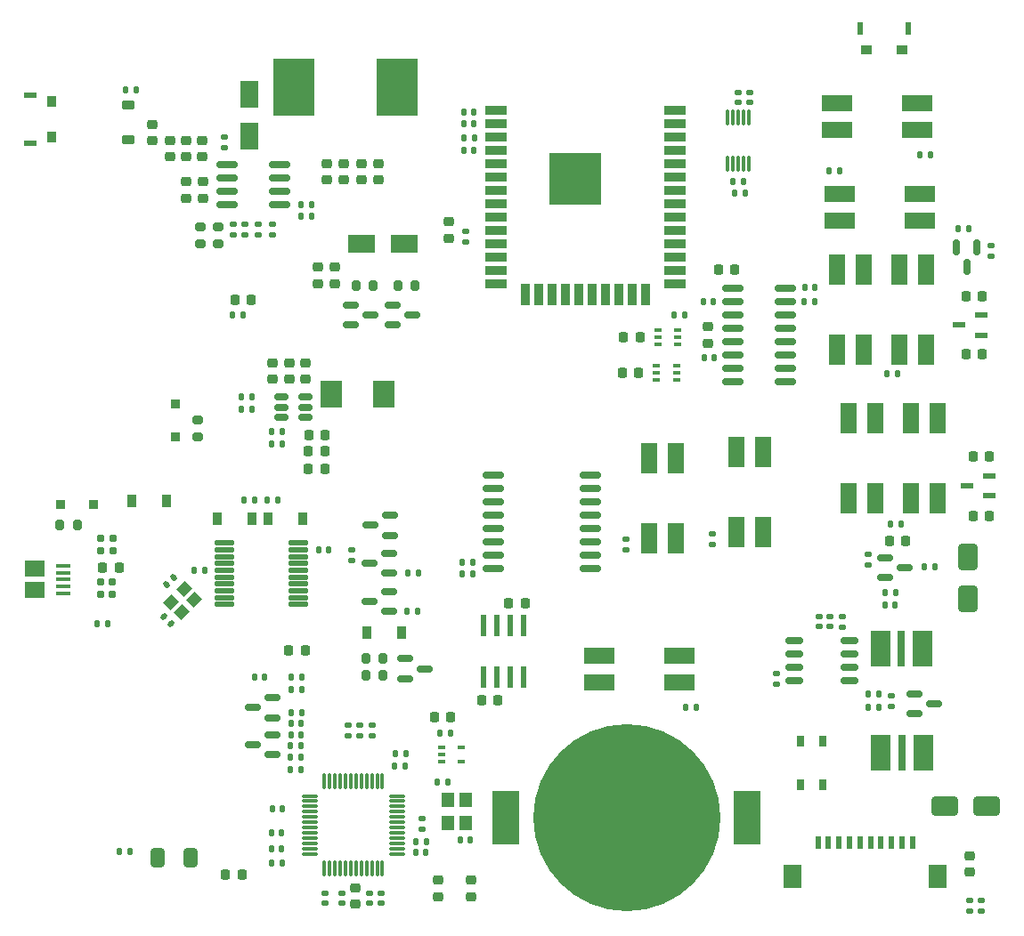
<source format=gbr>
G04 #@! TF.GenerationSoftware,KiCad,Pcbnew,7.0.2*
G04 #@! TF.CreationDate,2023-07-09T14:41:58+03:00*
G04 #@! TF.ProjectId,ELIESTER_V2,454c4945-5354-4455-925f-56322e6b6963,rev?*
G04 #@! TF.SameCoordinates,Original*
G04 #@! TF.FileFunction,Paste,Top*
G04 #@! TF.FilePolarity,Positive*
%FSLAX46Y46*%
G04 Gerber Fmt 4.6, Leading zero omitted, Abs format (unit mm)*
G04 Created by KiCad (PCBNEW 7.0.2) date 2023-07-09 14:41:58*
%MOMM*%
%LPD*%
G01*
G04 APERTURE LIST*
G04 Aperture macros list*
%AMRoundRect*
0 Rectangle with rounded corners*
0 $1 Rounding radius*
0 $2 $3 $4 $5 $6 $7 $8 $9 X,Y pos of 4 corners*
0 Add a 4 corners polygon primitive as box body*
4,1,4,$2,$3,$4,$5,$6,$7,$8,$9,$2,$3,0*
0 Add four circle primitives for the rounded corners*
1,1,$1+$1,$2,$3*
1,1,$1+$1,$4,$5*
1,1,$1+$1,$6,$7*
1,1,$1+$1,$8,$9*
0 Add four rect primitives between the rounded corners*
20,1,$1+$1,$2,$3,$4,$5,0*
20,1,$1+$1,$4,$5,$6,$7,0*
20,1,$1+$1,$6,$7,$8,$9,0*
20,1,$1+$1,$8,$9,$2,$3,0*%
%AMRotRect*
0 Rectangle, with rotation*
0 The origin of the aperture is its center*
0 $1 length*
0 $2 width*
0 $3 Rotation angle, in degrees counterclockwise*
0 Add horizontal line*
21,1,$1,$2,0,0,$3*%
G04 Aperture macros list end*
%ADD10RoundRect,0.075000X0.075000X-0.650000X0.075000X0.650000X-0.075000X0.650000X-0.075000X-0.650000X0*%
%ADD11RoundRect,0.135000X-0.185000X0.135000X-0.185000X-0.135000X0.185000X-0.135000X0.185000X0.135000X0*%
%ADD12RoundRect,0.225000X0.225000X0.250000X-0.225000X0.250000X-0.225000X-0.250000X0.225000X-0.250000X0*%
%ADD13R,0.900000X0.950000*%
%ADD14RoundRect,0.140000X0.170000X-0.140000X0.170000X0.140000X-0.170000X0.140000X-0.170000X-0.140000X0*%
%ADD15RoundRect,0.140000X-0.140000X-0.170000X0.140000X-0.170000X0.140000X0.170000X-0.140000X0.170000X0*%
%ADD16RoundRect,0.135000X0.135000X0.185000X-0.135000X0.185000X-0.135000X-0.185000X0.135000X-0.185000X0*%
%ADD17RoundRect,0.225000X0.250000X-0.225000X0.250000X0.225000X-0.250000X0.225000X-0.250000X-0.225000X0*%
%ADD18R,2.500000X1.800000*%
%ADD19RoundRect,0.200000X0.200000X0.275000X-0.200000X0.275000X-0.200000X-0.275000X0.200000X-0.275000X0*%
%ADD20RoundRect,0.135000X0.185000X-0.135000X0.185000X0.135000X-0.185000X0.135000X-0.185000X-0.135000X0*%
%ADD21RoundRect,0.135000X-0.135000X-0.185000X0.135000X-0.185000X0.135000X0.185000X-0.135000X0.185000X0*%
%ADD22R,1.950000X3.500000*%
%ADD23R,0.800000X3.400000*%
%ADD24RoundRect,0.218750X-0.218750X-0.256250X0.218750X-0.256250X0.218750X0.256250X-0.218750X0.256250X0*%
%ADD25RoundRect,0.200000X-0.275000X0.200000X-0.275000X-0.200000X0.275000X-0.200000X0.275000X0.200000X0*%
%ADD26RoundRect,0.140000X-0.170000X0.140000X-0.170000X-0.140000X0.170000X-0.140000X0.170000X0.140000X0*%
%ADD27RoundRect,0.140000X0.140000X0.170000X-0.140000X0.170000X-0.140000X-0.170000X0.140000X-0.170000X0*%
%ADD28RoundRect,0.150000X-0.587500X-0.150000X0.587500X-0.150000X0.587500X0.150000X-0.587500X0.150000X0*%
%ADD29RoundRect,0.155000X-0.212500X-0.155000X0.212500X-0.155000X0.212500X0.155000X-0.212500X0.155000X0*%
%ADD30RoundRect,0.250000X0.412500X0.650000X-0.412500X0.650000X-0.412500X-0.650000X0.412500X-0.650000X0*%
%ADD31RoundRect,0.140000X-0.021213X0.219203X-0.219203X0.021213X0.021213X-0.219203X0.219203X-0.021213X0*%
%ADD32R,0.900000X1.200000*%
%ADD33R,1.600000X3.000000*%
%ADD34RoundRect,0.250000X-1.000000X-0.650000X1.000000X-0.650000X1.000000X0.650000X-1.000000X0.650000X0*%
%ADD35RoundRect,0.155000X0.212500X0.155000X-0.212500X0.155000X-0.212500X-0.155000X0.212500X-0.155000X0*%
%ADD36RoundRect,0.150000X0.587500X0.150000X-0.587500X0.150000X-0.587500X-0.150000X0.587500X-0.150000X0*%
%ADD37R,1.000000X0.900000*%
%ADD38R,0.600000X1.200000*%
%ADD39RoundRect,0.225000X-0.250000X0.225000X-0.250000X-0.225000X0.250000X-0.225000X0.250000X0.225000X0*%
%ADD40RoundRect,0.150000X0.875000X0.150000X-0.875000X0.150000X-0.875000X-0.150000X0.875000X-0.150000X0*%
%ADD41RoundRect,0.075000X-0.662500X-0.075000X0.662500X-0.075000X0.662500X0.075000X-0.662500X0.075000X0*%
%ADD42RoundRect,0.075000X-0.075000X-0.662500X0.075000X-0.662500X0.075000X0.662500X-0.075000X0.662500X0*%
%ADD43R,2.000000X2.500000*%
%ADD44R,0.650000X0.400000*%
%ADD45R,1.300000X0.600000*%
%ADD46R,1.800000X2.500000*%
%ADD47RoundRect,0.218750X0.218750X0.256250X-0.218750X0.256250X-0.218750X-0.256250X0.218750X-0.256250X0*%
%ADD48RoundRect,0.218750X0.256250X-0.218750X0.256250X0.218750X-0.256250X0.218750X-0.256250X-0.218750X0*%
%ADD49R,4.000000X5.500000*%
%ADD50R,1.350000X0.400000*%
%ADD51R,1.900000X1.500000*%
%ADD52RoundRect,0.200000X-0.200000X-0.275000X0.200000X-0.275000X0.200000X0.275000X-0.200000X0.275000X0*%
%ADD53RoundRect,0.125000X-0.825000X-0.125000X0.825000X-0.125000X0.825000X0.125000X-0.825000X0.125000X0*%
%ADD54RoundRect,0.225000X-0.225000X-0.250000X0.225000X-0.250000X0.225000X0.250000X-0.225000X0.250000X0*%
%ADD55RoundRect,0.140000X0.219203X0.021213X0.021213X0.219203X-0.219203X-0.021213X-0.021213X-0.219203X0*%
%ADD56R,3.000000X1.600000*%
%ADD57R,0.900000X1.000000*%
%ADD58R,1.200000X0.600000*%
%ADD59R,0.950000X0.900000*%
%ADD60RoundRect,0.250000X-0.650000X1.000000X-0.650000X-1.000000X0.650000X-1.000000X0.650000X1.000000X0*%
%ADD61R,2.000000X0.900000*%
%ADD62R,0.900000X2.000000*%
%ADD63R,5.000000X5.000000*%
%ADD64RoundRect,0.150000X-0.825000X-0.150000X0.825000X-0.150000X0.825000X0.150000X-0.825000X0.150000X0*%
%ADD65R,0.650000X1.050000*%
%ADD66R,0.600000X2.000000*%
%ADD67RoundRect,0.200000X0.275000X-0.200000X0.275000X0.200000X-0.275000X0.200000X-0.275000X-0.200000X0*%
%ADD68RoundRect,0.150000X-0.675000X-0.150000X0.675000X-0.150000X0.675000X0.150000X-0.675000X0.150000X0*%
%ADD69RoundRect,0.150000X-0.150000X0.587500X-0.150000X-0.587500X0.150000X-0.587500X0.150000X0.587500X0*%
%ADD70R,0.600000X1.300000*%
%ADD71R,1.800000X2.200000*%
%ADD72RotRect,1.150000X1.000000X225.000000*%
%ADD73R,1.200000X1.400000*%
%ADD74R,2.500000X5.100000*%
%ADD75C,17.800000*%
%ADD76RoundRect,0.150000X0.512500X0.150000X-0.512500X0.150000X-0.512500X-0.150000X0.512500X-0.150000X0*%
%ADD77RoundRect,0.225000X0.375000X-0.225000X0.375000X0.225000X-0.375000X0.225000X-0.375000X-0.225000X0*%
G04 APERTURE END LIST*
D10*
X228050000Y-68950000D03*
X228550000Y-68950000D03*
X229050000Y-68950000D03*
X229550000Y-68950000D03*
X230050000Y-68950000D03*
X230050000Y-64550000D03*
X229550000Y-64550000D03*
X229050000Y-64550000D03*
X228550000Y-64550000D03*
X228050000Y-64550000D03*
D11*
X183450000Y-74690000D03*
X183450000Y-75710000D03*
D12*
X219725000Y-85450000D03*
X218175000Y-85450000D03*
D13*
X164625000Y-101400000D03*
X167775000Y-101400000D03*
D14*
X239000000Y-113010000D03*
X239000000Y-112050000D03*
D15*
X200470000Y-127800000D03*
X201430000Y-127800000D03*
D16*
X251010000Y-75150000D03*
X249990000Y-75150000D03*
D17*
X186362500Y-89425000D03*
X186362500Y-87875000D03*
D18*
X193290000Y-76575000D03*
X197290000Y-76575000D03*
D19*
X166225000Y-103350000D03*
X164575000Y-103350000D03*
D11*
X218400000Y-104640000D03*
X218400000Y-105660000D03*
D16*
X188510000Y-72800000D03*
X187490000Y-72800000D03*
D20*
X232750000Y-118510000D03*
X232750000Y-117490000D03*
D11*
X226650000Y-104140000D03*
X226650000Y-105160000D03*
D21*
X170190000Y-134350000D03*
X171210000Y-134350000D03*
X243540000Y-103200000D03*
X244560000Y-103200000D03*
D22*
X242612500Y-124950000D03*
X246662500Y-124950000D03*
D23*
X244637500Y-124950000D03*
D15*
X235370000Y-82050000D03*
X236330000Y-82050000D03*
D17*
X175050000Y-68275000D03*
X175050000Y-66725000D03*
D24*
X243425000Y-104800000D03*
X245000000Y-104800000D03*
D14*
X230150000Y-63100000D03*
X230150000Y-62140000D03*
D15*
X198445000Y-133450000D03*
X199405000Y-133450000D03*
D12*
X189775000Y-94740000D03*
X188225000Y-94740000D03*
D11*
X199025000Y-131290000D03*
X199025000Y-132310000D03*
D25*
X177650000Y-93325000D03*
X177650000Y-94975000D03*
D26*
X181050000Y-74720000D03*
X181050000Y-75680000D03*
D27*
X243980000Y-110900000D03*
X243020000Y-110900000D03*
X185655000Y-132650000D03*
X184695000Y-132650000D03*
D28*
X192212500Y-82400000D03*
X192212500Y-84300000D03*
X194087500Y-83350000D03*
X197362500Y-116050000D03*
X197362500Y-117950000D03*
X199237500Y-117000000D03*
D29*
X168445000Y-109950000D03*
X169580000Y-109950000D03*
D30*
X176962500Y-135000000D03*
X173837500Y-135000000D03*
D31*
X175389411Y-108335589D03*
X174710589Y-109014411D03*
D21*
X184665000Y-135450000D03*
X185685000Y-135450000D03*
X181852500Y-91100000D03*
X182872500Y-91100000D03*
D27*
X226780000Y-87400000D03*
X225820000Y-87400000D03*
D28*
X196212500Y-82400000D03*
X196212500Y-84300000D03*
X198087500Y-83350000D03*
D27*
X178330000Y-107625000D03*
X177370000Y-107625000D03*
D32*
X193750000Y-113600000D03*
X197050000Y-113600000D03*
D33*
X244380000Y-86610000D03*
X246920000Y-86610000D03*
X246920000Y-78990000D03*
X244380000Y-78990000D03*
D34*
X248700000Y-130050000D03*
X252700000Y-130050000D03*
D35*
X169597500Y-105800000D03*
X168462500Y-105800000D03*
D14*
X182200000Y-75680000D03*
X182200000Y-74720000D03*
D11*
X194300000Y-122380000D03*
X194300000Y-123400000D03*
D26*
X251050000Y-139070000D03*
X251050000Y-140030000D03*
D36*
X195887500Y-111550000D03*
X195887500Y-109650000D03*
X194012500Y-110600000D03*
D33*
X245480000Y-100810000D03*
X248020000Y-100810000D03*
X248020000Y-93190000D03*
X245480000Y-93190000D03*
D14*
X229050000Y-63130000D03*
X229050000Y-62170000D03*
D33*
X239530000Y-100760000D03*
X242070000Y-100760000D03*
X242070000Y-93140000D03*
X239530000Y-93140000D03*
D21*
X200675000Y-123100000D03*
X201695000Y-123100000D03*
D14*
X195125000Y-139330000D03*
X195125000Y-138370000D03*
D37*
X241250000Y-58100000D03*
X244650000Y-58100000D03*
D38*
X240650000Y-56100000D03*
X245250000Y-56100000D03*
D39*
X176550000Y-70675000D03*
X176550000Y-72225000D03*
D21*
X187490000Y-73950000D03*
X188510000Y-73950000D03*
D40*
X215050000Y-107445000D03*
X215050000Y-106175000D03*
X215050000Y-104905000D03*
X215050000Y-103635000D03*
X215050000Y-102365000D03*
X215050000Y-101095000D03*
X215050000Y-99825000D03*
X215050000Y-98555000D03*
X205750000Y-98555000D03*
X205750000Y-99825000D03*
X205750000Y-101095000D03*
X205750000Y-102365000D03*
X205750000Y-103635000D03*
X205750000Y-104905000D03*
X205750000Y-106175000D03*
X205750000Y-107445000D03*
D41*
X188325000Y-129100000D03*
X188325000Y-129600000D03*
X188325000Y-130100000D03*
X188325000Y-130600000D03*
X188325000Y-131100000D03*
X188325000Y-131600000D03*
X188325000Y-132100000D03*
X188325000Y-132600000D03*
X188325000Y-133100000D03*
X188325000Y-133600000D03*
X188325000Y-134100000D03*
X188325000Y-134600000D03*
D42*
X189737500Y-136012500D03*
X190237500Y-136012500D03*
X190737500Y-136012500D03*
X191237500Y-136012500D03*
X191737500Y-136012500D03*
X192237500Y-136012500D03*
X192737500Y-136012500D03*
X193237500Y-136012500D03*
X193737500Y-136012500D03*
X194237500Y-136012500D03*
X194737500Y-136012500D03*
X195237500Y-136012500D03*
D41*
X196650000Y-134600000D03*
X196650000Y-134100000D03*
X196650000Y-133600000D03*
X196650000Y-133100000D03*
X196650000Y-132600000D03*
X196650000Y-132100000D03*
X196650000Y-131600000D03*
X196650000Y-131100000D03*
X196650000Y-130600000D03*
X196650000Y-130100000D03*
X196650000Y-129600000D03*
X196650000Y-129100000D03*
D42*
X195237500Y-127687500D03*
X194737500Y-127687500D03*
X194237500Y-127687500D03*
X193737500Y-127687500D03*
X193237500Y-127687500D03*
X192737500Y-127687500D03*
X192237500Y-127687500D03*
X191737500Y-127687500D03*
X191237500Y-127687500D03*
X190737500Y-127687500D03*
X190237500Y-127687500D03*
X189737500Y-127687500D03*
D27*
X203930000Y-64000000D03*
X202970000Y-64000000D03*
D43*
X190370000Y-90840000D03*
X195370000Y-90840000D03*
D44*
X200835000Y-124500000D03*
X200835000Y-125150000D03*
X200835000Y-125800000D03*
X202735000Y-125800000D03*
X202735000Y-124500000D03*
D36*
X184800000Y-121650000D03*
X184800000Y-119750000D03*
X182925000Y-120700000D03*
D21*
X170780000Y-61950000D03*
X171800000Y-61950000D03*
D45*
X252937500Y-100550000D03*
X252937500Y-98650000D03*
X250837500Y-99600000D03*
D44*
X223200000Y-89500000D03*
X223200000Y-88850000D03*
X223200000Y-88200000D03*
X221300000Y-88200000D03*
X221300000Y-88850000D03*
X221300000Y-89500000D03*
D32*
X174700000Y-101000000D03*
X171400000Y-101000000D03*
D16*
X229560000Y-70600000D03*
X228540000Y-70600000D03*
D27*
X244030000Y-109770000D03*
X243070000Y-109770000D03*
X203945000Y-67630000D03*
X202985000Y-67630000D03*
D17*
X178125000Y-68275000D03*
X178125000Y-66725000D03*
D46*
X182550000Y-66300000D03*
X182550000Y-62300000D03*
D25*
X179600000Y-74925000D03*
X179600000Y-76575000D03*
D47*
X181875000Y-136600000D03*
X180300000Y-136600000D03*
D21*
X186540000Y-121150000D03*
X187560000Y-121150000D03*
D27*
X187530000Y-122200000D03*
X186570000Y-122200000D03*
D33*
X238430000Y-86610000D03*
X240970000Y-86610000D03*
X240970000Y-78990000D03*
X238430000Y-78990000D03*
D21*
X241452500Y-119400000D03*
X242472500Y-119400000D03*
D39*
X190690000Y-78800000D03*
X190690000Y-80350000D03*
D48*
X201550000Y-76037500D03*
X201550000Y-74462500D03*
D49*
X186825000Y-61635000D03*
X196625000Y-61635000D03*
D50*
X164912500Y-107200000D03*
X164912500Y-107850000D03*
X164912500Y-108500000D03*
X164912500Y-109150000D03*
X164912500Y-109800000D03*
D51*
X162212500Y-107500000D03*
X162212500Y-109500000D03*
D16*
X229710000Y-71750000D03*
X228690000Y-71750000D03*
D15*
X186570000Y-123300000D03*
X187530000Y-123300000D03*
D17*
X187962500Y-89425000D03*
X187962500Y-87875000D03*
D16*
X182860000Y-92350000D03*
X181840000Y-92350000D03*
D36*
X184800000Y-125200000D03*
X184800000Y-123300000D03*
X182925000Y-124250000D03*
D12*
X189750000Y-97940000D03*
X188200000Y-97940000D03*
D39*
X194900000Y-68925000D03*
X194900000Y-70475000D03*
D12*
X219625000Y-88850000D03*
X218075000Y-88850000D03*
D32*
X187650000Y-102725000D03*
X184350000Y-102725000D03*
D24*
X250712500Y-81550000D03*
X252287500Y-81550000D03*
D11*
X191950000Y-122330000D03*
X191950000Y-123350000D03*
D15*
X202620000Y-133300000D03*
X203580000Y-133300000D03*
D27*
X203820000Y-106905000D03*
X202860000Y-106905000D03*
D16*
X185310000Y-100925000D03*
X184290000Y-100925000D03*
D52*
X192725000Y-80550000D03*
X194375000Y-80550000D03*
D21*
X186540000Y-117800000D03*
X187560000Y-117800000D03*
D20*
X243612500Y-120610000D03*
X243612500Y-119590000D03*
D11*
X192350000Y-105690000D03*
X192350000Y-106710000D03*
D21*
X186540000Y-118950000D03*
X187560000Y-118950000D03*
D53*
X180250000Y-105025000D03*
X180250000Y-105675000D03*
X180250000Y-106325000D03*
X180250000Y-106975000D03*
X180250000Y-107625000D03*
X180250000Y-108275000D03*
X180250000Y-108925000D03*
X180250000Y-109575000D03*
X180250000Y-110225000D03*
X180250000Y-110875000D03*
X187250000Y-110875000D03*
X187250000Y-110225000D03*
X187250000Y-109575000D03*
X187250000Y-108925000D03*
X187250000Y-108275000D03*
X187250000Y-107625000D03*
X187250000Y-106975000D03*
X187250000Y-106325000D03*
X187250000Y-105675000D03*
X187250000Y-105025000D03*
D26*
X189800000Y-138370000D03*
X189800000Y-139330000D03*
D24*
X251400000Y-102500000D03*
X252975000Y-102500000D03*
D14*
X180175000Y-67400000D03*
X180175000Y-66440000D03*
D27*
X203930000Y-65150000D03*
X202970000Y-65150000D03*
D48*
X200500000Y-138687500D03*
X200500000Y-137112500D03*
D21*
X182040000Y-100925000D03*
X183060000Y-100925000D03*
D54*
X207250000Y-110800000D03*
X208800000Y-110800000D03*
D27*
X185655000Y-134100000D03*
X184695000Y-134100000D03*
D55*
X175139411Y-112714411D03*
X174460589Y-112035589D03*
D36*
X195887500Y-107900000D03*
X195887500Y-106000000D03*
X194012500Y-106950000D03*
D15*
X235390000Y-80750000D03*
X236350000Y-80750000D03*
D21*
X186490000Y-126600000D03*
X187510000Y-126600000D03*
X196415000Y-126250000D03*
X197435000Y-126250000D03*
D56*
X238690000Y-71830000D03*
X238690000Y-74370000D03*
X246310000Y-74370000D03*
X246310000Y-71830000D03*
D12*
X189750000Y-96320000D03*
X188200000Y-96320000D03*
D26*
X193975000Y-138370000D03*
X193975000Y-139330000D03*
D35*
X169597500Y-104600000D03*
X168462500Y-104600000D03*
D26*
X191400000Y-138370000D03*
X191400000Y-139330000D03*
D20*
X203200000Y-76360000D03*
X203200000Y-75340000D03*
D57*
X163800000Y-66400000D03*
X163800000Y-63000000D03*
D58*
X161800000Y-62400000D03*
X161800000Y-67000000D03*
D39*
X178150000Y-70675000D03*
X178150000Y-72225000D03*
D26*
X252200000Y-139070000D03*
X252200000Y-140030000D03*
D52*
X193675000Y-116000000D03*
X195325000Y-116000000D03*
D36*
X195937500Y-104300000D03*
X195937500Y-102400000D03*
X194062500Y-103350000D03*
D21*
X186490000Y-124350000D03*
X187510000Y-124350000D03*
X202955000Y-66480000D03*
X203975000Y-66480000D03*
D59*
X175600000Y-94925000D03*
X175600000Y-91775000D03*
D48*
X203700000Y-138687500D03*
X203700000Y-137112500D03*
D16*
X238715000Y-69640000D03*
X237695000Y-69640000D03*
D21*
X243240000Y-88950000D03*
X244260000Y-88950000D03*
D28*
X243062500Y-106450000D03*
X243062500Y-108350000D03*
X244937500Y-107400000D03*
D60*
X250900000Y-106350000D03*
X250900000Y-110350000D03*
D12*
X206200000Y-120000000D03*
X204650000Y-120000000D03*
D17*
X173400000Y-66775000D03*
X173400000Y-65225000D03*
D21*
X196465000Y-125050000D03*
X197485000Y-125050000D03*
D61*
X206065000Y-63880000D03*
X206065000Y-65150000D03*
X206065000Y-66420000D03*
X206065000Y-67690000D03*
X206065000Y-68960000D03*
X206065000Y-70230000D03*
X206065000Y-71500000D03*
X206065000Y-72770000D03*
X206065000Y-74040000D03*
X206065000Y-75310000D03*
X206065000Y-76580000D03*
X206065000Y-77850000D03*
X206065000Y-79120000D03*
X206065000Y-80390000D03*
D62*
X208850000Y-81390000D03*
X210120000Y-81390000D03*
X211390000Y-81390000D03*
X212660000Y-81390000D03*
X213930000Y-81390000D03*
X215200000Y-81390000D03*
X216470000Y-81390000D03*
X217740000Y-81390000D03*
X219010000Y-81390000D03*
X220280000Y-81390000D03*
D61*
X223065000Y-80390000D03*
X223065000Y-79120000D03*
X223065000Y-77850000D03*
X223065000Y-76580000D03*
X223065000Y-75310000D03*
X223065000Y-74040000D03*
X223065000Y-72770000D03*
X223065000Y-71500000D03*
X223065000Y-70230000D03*
X223065000Y-68960000D03*
X223065000Y-67690000D03*
X223065000Y-66420000D03*
X223065000Y-65150000D03*
X223065000Y-63880000D03*
D63*
X213565000Y-70380000D03*
D17*
X176575000Y-68275000D03*
X176575000Y-66725000D03*
D15*
X186520000Y-125400000D03*
X187480000Y-125400000D03*
D32*
X179500000Y-102725000D03*
X182800000Y-102725000D03*
D15*
X198415000Y-134450000D03*
X199375000Y-134450000D03*
D16*
X181997500Y-83300000D03*
X180977500Y-83300000D03*
D17*
X184762500Y-89450000D03*
X184762500Y-87900000D03*
D64*
X228575000Y-80805000D03*
X228575000Y-82075000D03*
X228575000Y-83345000D03*
X228575000Y-84615000D03*
X228575000Y-85885000D03*
X228575000Y-87155000D03*
X228575000Y-88425000D03*
X228575000Y-89695000D03*
X233525000Y-89695000D03*
X233525000Y-88425000D03*
X233525000Y-87155000D03*
X233525000Y-85885000D03*
X233525000Y-84615000D03*
X233525000Y-83345000D03*
X233525000Y-82075000D03*
X233525000Y-80805000D03*
D21*
X197540000Y-111550000D03*
X198560000Y-111550000D03*
D16*
X223960000Y-83350000D03*
X222940000Y-83350000D03*
D22*
X242575000Y-115100000D03*
X246625000Y-115100000D03*
D23*
X244600000Y-115100000D03*
D39*
X193225000Y-68910000D03*
X193225000Y-70460000D03*
D20*
X241400000Y-107110000D03*
X241400000Y-106090000D03*
D21*
X168140000Y-112750000D03*
X169160000Y-112750000D03*
D64*
X180475000Y-68995000D03*
X180475000Y-70265000D03*
X180475000Y-71535000D03*
X180475000Y-72805000D03*
X185425000Y-72805000D03*
X185425000Y-71535000D03*
X185425000Y-70265000D03*
X185425000Y-68995000D03*
D39*
X226150000Y-84475000D03*
X226150000Y-86025000D03*
D65*
X237150000Y-123900000D03*
X237150000Y-128050000D03*
X235000000Y-123900000D03*
X235000000Y-128050000D03*
D15*
X189170000Y-105675000D03*
X190130000Y-105675000D03*
D24*
X251400000Y-96800000D03*
X252975000Y-96800000D03*
D66*
X208655000Y-112900000D03*
X207385000Y-112900000D03*
X206115000Y-112900000D03*
X204845000Y-112900000D03*
X204845000Y-117800000D03*
X206115000Y-117800000D03*
X207385000Y-117800000D03*
X208655000Y-117800000D03*
D24*
X250712500Y-87100000D03*
X252287500Y-87100000D03*
D15*
X184730000Y-95600000D03*
X185690000Y-95600000D03*
D56*
X246110000Y-65720000D03*
X246110000Y-63180000D03*
X238490000Y-63180000D03*
X238490000Y-65720000D03*
D44*
X223350000Y-86100000D03*
X223350000Y-85450000D03*
X223350000Y-84800000D03*
X221450000Y-84800000D03*
X221450000Y-85450000D03*
X221450000Y-86100000D03*
D21*
X246370000Y-68105000D03*
X247390000Y-68105000D03*
D33*
X228930000Y-104010000D03*
X231470000Y-104010000D03*
X231470000Y-96390000D03*
X228930000Y-96390000D03*
D14*
X236750000Y-113000000D03*
X236750000Y-112040000D03*
D27*
X185730000Y-130300000D03*
X184770000Y-130300000D03*
D29*
X168445000Y-108750000D03*
X169580000Y-108750000D03*
D15*
X183070000Y-117800000D03*
X184030000Y-117800000D03*
D17*
X251100000Y-136375000D03*
X251100000Y-134825000D03*
D67*
X177950000Y-76575000D03*
X177950000Y-74925000D03*
D27*
X203800000Y-107955000D03*
X202840000Y-107955000D03*
D21*
X241452500Y-120700000D03*
X242472500Y-120700000D03*
D39*
X189100000Y-78800000D03*
X189100000Y-80350000D03*
D52*
X196725000Y-80550000D03*
X198375000Y-80550000D03*
D68*
X234437500Y-114345000D03*
X234437500Y-115615000D03*
X234437500Y-116885000D03*
X234437500Y-118155000D03*
X239687500Y-118155000D03*
X239687500Y-116885000D03*
X239687500Y-115615000D03*
X239687500Y-114345000D03*
D24*
X186312500Y-115250000D03*
X187887500Y-115250000D03*
D69*
X251750000Y-76862500D03*
X249850000Y-76862500D03*
X250800000Y-78737500D03*
D21*
X246740000Y-107300000D03*
X247760000Y-107300000D03*
D70*
X236650000Y-133550000D03*
X237650000Y-133550000D03*
X238650000Y-133550000D03*
X239650000Y-133550000D03*
X240650000Y-133550000D03*
X241650000Y-133550000D03*
X242650000Y-133550000D03*
X243650000Y-133550000D03*
X244650000Y-133550000D03*
X245650000Y-133550000D03*
D71*
X234250000Y-136800000D03*
X248050000Y-136800000D03*
D72*
X176373744Y-109411307D03*
X175136307Y-110648744D03*
X176126256Y-111638693D03*
X177363693Y-110401256D03*
D39*
X189950000Y-68925000D03*
X189950000Y-70475000D03*
D14*
X237780000Y-112980000D03*
X237780000Y-112020000D03*
D73*
X201475000Y-129450000D03*
X201475000Y-131650000D03*
X203175000Y-131650000D03*
X203175000Y-129450000D03*
D17*
X192690000Y-139385000D03*
X192690000Y-137835000D03*
D21*
X224050000Y-120650000D03*
X225070000Y-120650000D03*
D52*
X193675000Y-117600000D03*
X195325000Y-117600000D03*
D11*
X193070000Y-122330000D03*
X193070000Y-123350000D03*
D45*
X252200000Y-85250000D03*
X252200000Y-83350000D03*
X250100000Y-84300000D03*
D12*
X228725000Y-79050000D03*
X227175000Y-79050000D03*
D74*
X207000000Y-131150000D03*
X229900000Y-131150000D03*
D75*
X218450000Y-131150000D03*
D33*
X220630000Y-104560000D03*
X223170000Y-104560000D03*
X223170000Y-96940000D03*
X220630000Y-96940000D03*
D47*
X182787500Y-81900000D03*
X181212500Y-81900000D03*
D27*
X226730000Y-82050000D03*
X225770000Y-82050000D03*
D26*
X184750000Y-74720000D03*
X184750000Y-75680000D03*
D28*
X245812500Y-119400000D03*
X245812500Y-121300000D03*
X247687500Y-120350000D03*
D16*
X198710000Y-107900000D03*
X197690000Y-107900000D03*
D47*
X170187500Y-107350000D03*
X168612500Y-107350000D03*
D24*
X200162500Y-121600000D03*
X201737500Y-121600000D03*
D16*
X185720000Y-94450000D03*
X184700000Y-94450000D03*
D39*
X191550000Y-68925000D03*
X191550000Y-70475000D03*
D11*
X253100000Y-76730000D03*
X253100000Y-77750000D03*
D76*
X187950000Y-93050000D03*
X187950000Y-92100000D03*
X187950000Y-91150000D03*
X185675000Y-91150000D03*
X185675000Y-92100000D03*
X185675000Y-93050000D03*
D56*
X223510000Y-118320000D03*
X223510000Y-115780000D03*
X215890000Y-115780000D03*
X215890000Y-118320000D03*
D77*
X171050000Y-66650000D03*
X171050000Y-63350000D03*
M02*

</source>
